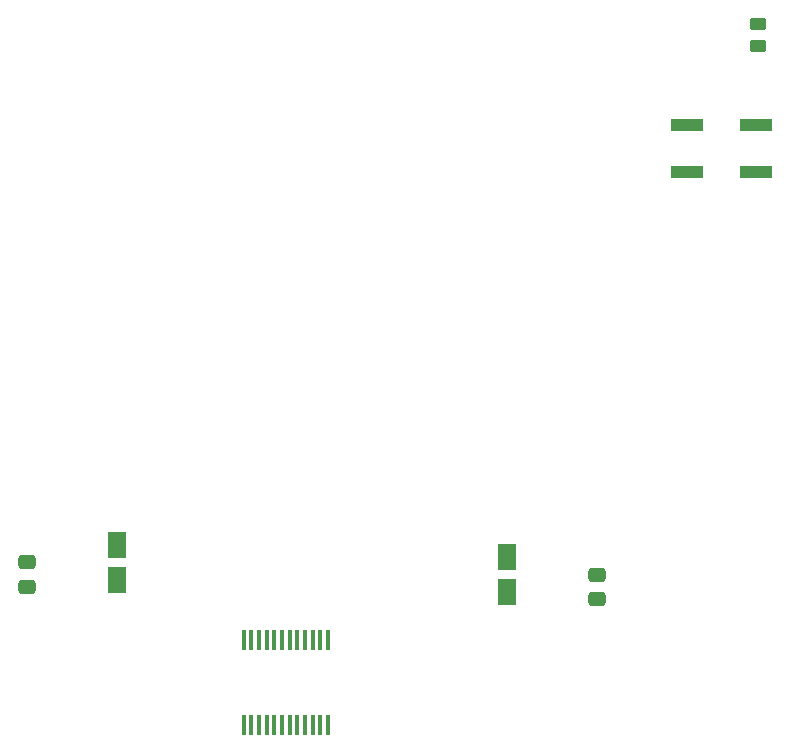
<source format=gbr>
%TF.GenerationSoftware,KiCad,Pcbnew,7.0.7*%
%TF.CreationDate,2023-11-09T14:18:26-08:00*%
%TF.ProjectId,Micro_Mouse,4d696372-6f5f-44d6-9f75-73652e6b6963,rev?*%
%TF.SameCoordinates,Original*%
%TF.FileFunction,Paste,Top*%
%TF.FilePolarity,Positive*%
%FSLAX46Y46*%
G04 Gerber Fmt 4.6, Leading zero omitted, Abs format (unit mm)*
G04 Created by KiCad (PCBNEW 7.0.7) date 2023-11-09 14:18:26*
%MOMM*%
%LPD*%
G01*
G04 APERTURE LIST*
G04 Aperture macros list*
%AMRoundRect*
0 Rectangle with rounded corners*
0 $1 Rounding radius*
0 $2 $3 $4 $5 $6 $7 $8 $9 X,Y pos of 4 corners*
0 Add a 4 corners polygon primitive as box body*
4,1,4,$2,$3,$4,$5,$6,$7,$8,$9,$2,$3,0*
0 Add four circle primitives for the rounded corners*
1,1,$1+$1,$2,$3*
1,1,$1+$1,$4,$5*
1,1,$1+$1,$6,$7*
1,1,$1+$1,$8,$9*
0 Add four rect primitives between the rounded corners*
20,1,$1+$1,$2,$3,$4,$5,0*
20,1,$1+$1,$4,$5,$6,$7,0*
20,1,$1+$1,$6,$7,$8,$9,0*
20,1,$1+$1,$8,$9,$2,$3,0*%
G04 Aperture macros list end*
%ADD10RoundRect,0.250000X0.475000X-0.337500X0.475000X0.337500X-0.475000X0.337500X-0.475000X-0.337500X0*%
%ADD11R,1.600000X2.200000*%
%ADD12R,2.800000X1.000000*%
%ADD13R,0.450000X1.750000*%
%ADD14RoundRect,0.250000X-0.450000X0.262500X-0.450000X-0.262500X0.450000X-0.262500X0.450000X0.262500X0*%
G04 APERTURE END LIST*
D10*
%TO.C,C4*%
X132080000Y-112797500D03*
X132080000Y-110722500D03*
%TD*%
D11*
%TO.C,C2*%
X172720000Y-113260000D03*
X172720000Y-110260000D03*
%TD*%
D12*
%TO.C,SW1*%
X187960000Y-73660000D03*
X193760000Y-73660000D03*
X187960000Y-77660000D03*
X193760000Y-77660000D03*
%TD*%
D13*
%TO.C,U1*%
X150390000Y-124460000D03*
X151040000Y-124460000D03*
X151690000Y-124460000D03*
X152340000Y-124460000D03*
X152990000Y-124460000D03*
X153640000Y-124460000D03*
X154290000Y-124460000D03*
X154940000Y-124460000D03*
X155590000Y-124460000D03*
X156240000Y-124460000D03*
X156890000Y-124460000D03*
X157540000Y-124460000D03*
X157540000Y-117260000D03*
X156890000Y-117260000D03*
X156240000Y-117260000D03*
X155590000Y-117260000D03*
X154940000Y-117260000D03*
X154290000Y-117260000D03*
X153640000Y-117260000D03*
X152990000Y-117260000D03*
X152340000Y-117260000D03*
X151690000Y-117260000D03*
X151040000Y-117260000D03*
X150390000Y-117260000D03*
%TD*%
D11*
%TO.C,C3*%
X139700000Y-112220000D03*
X139700000Y-109220000D03*
%TD*%
D14*
%TO.C,R1*%
X193952500Y-65127500D03*
X193952500Y-66952500D03*
%TD*%
D10*
%TO.C,C1*%
X180340000Y-113835000D03*
X180340000Y-111760000D03*
%TD*%
M02*

</source>
